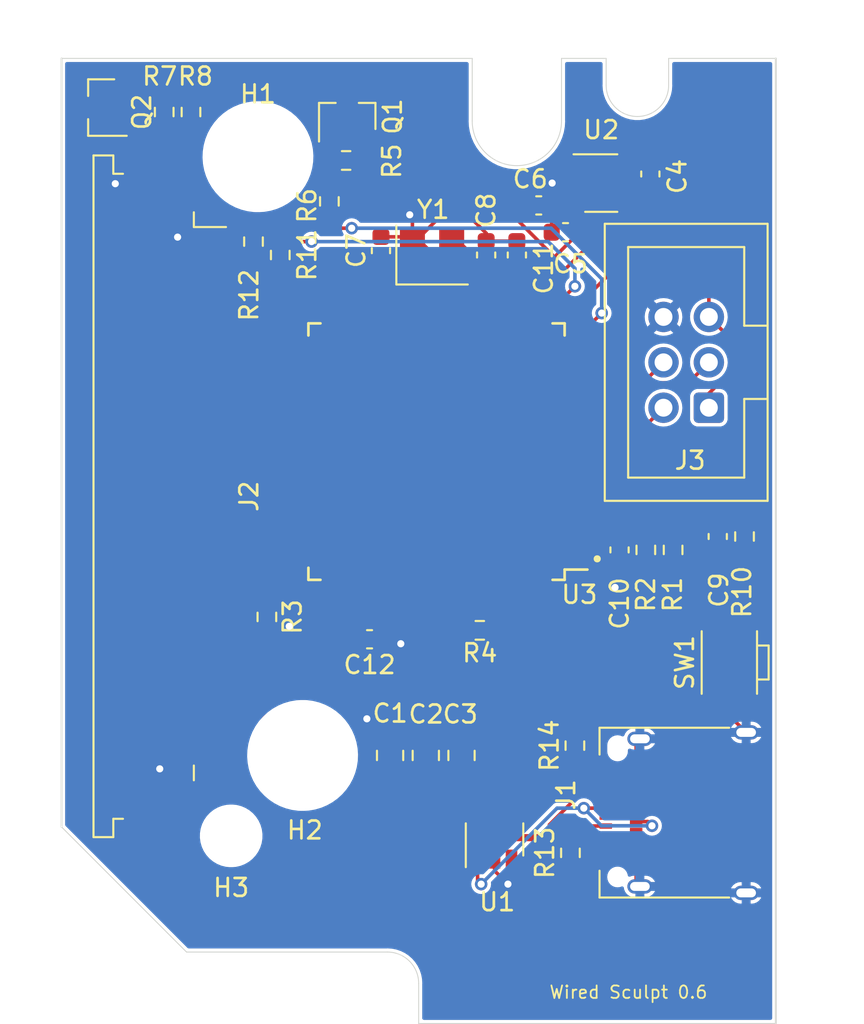
<source format=kicad_pcb>
(kicad_pcb (version 20211014) (generator pcbnew)
  (title_block (comment 4 "AISLER Project ID: HNCIDPOI"))
  (layers (0 "F.Cu" signal) (31 "B.Cu" signal) (34 "B.Paste" user) (35 "F.Paste" user) (36 "B.SilkS" user "B.Silkscreen") (37 "F.SilkS" user "F.Silkscreen") (38 "B.Mask" user) (39 "F.Mask" user) (44 "Edge.Cuts" user))
  (net 0 "")
  (net 1 "GND")
  (net 3 "Net-(J1-PadA5)")
  (net 4 "MISO")
  (net 5 "MOSI")
  (net 6 "SCK")
  (net 7 "RST")
  (net 8 "Net-(C4-Pad1)")
  (net 9 "PE0")
  (net 10 "PE1")
  (net 11 "PF7")
  (net 12 "PF6")
  (net 13 "PF5")
  (net 14 "PF4")
  (net 15 "VBUS")
  (net 16 "Net-(C8-Pad1)")
  (net 17 "Net-(C9-Pad1)")
  (net 18 "Net-(J1-PadB5)")
  (net 19 "/Dout+")
  (net 20 "/Dout-")
  (net 21 "-5V")
  (net 22 "RED+")
  (net 23 "GREEN-")
  (net 24 "/D+")
  (net 25 "/D-")
  (net 26 "Net-(Q1-Pad1)")
  (net 27 "Net-(Q1-Pad3)")
  (net 28 "Net-(Q2-Pad1)")
  (net 29 "GREEN+")
  (net 30 "PB0")
  (net 31 "Net-(C4-Pad2)")
  (net 32 "Net-(C7-Pad1)")
  (net 33 "Net-(J2-Pad4)")
  (net 34 "Net-(J2-Pad5)")
  (net 35 "Net-(J2-Pad6)")
  (net 36 "Net-(J2-Pad7)")
  (net 37 "Net-(J2-Pad8)")
  (net 38 "Net-(J2-Pad11)")
  (net 39 "Net-(J2-Pad12)")
  (net 40 "Net-(J2-Pad13)")
  (net 41 "Net-(J2-Pad14)")
  (net 42 "Net-(J2-Pad15)")
  (net 43 "Net-(J2-Pad16)")
  (net 44 "Net-(J2-Pad17)")
  (net 45 "Net-(J2-Pad18)")
  (net 46 "Net-(J2-Pad19)")
  (net 47 "Net-(J2-Pad20)")
  (net 48 "Net-(J2-Pad21)")
  (net 49 "Net-(J2-Pad22)")
  (net 50 "Net-(J2-Pad23)")
  (net 51 "Net-(J2-Pad24)")
  (net 52 "Net-(J2-Pad25)")
  (net 53 "Net-(J2-Pad26)")
  (net 54 "Net-(R3-Pad1)")
  (net 55 "Net-(R10-Pad2)")
  (net 70 "Net-(J2-Pad2)")
  (net 71 "Net-(J2-Pad3)")
  (net 72 "Din+")
  (net 77 "Din-")
  (footprint "Capacitor_SMD:C_0603_1608Metric" (layer "F.Cu") (at 137.8885 40.759 90)
    (fp_text reference "C7")
    (fp_text value "CL10C160JB8NNNC")
  )
  (footprint "Capacitor_SMD:C_0603_1608Metric" (layer "F.Cu") (at 143.779999 41 90)
    (fp_text reference "C8")
    (fp_text value "CL10C160JB8NNNC")
  )
  (footprint "Capacitor_SMD:C_0603_1608Metric" (layer "F.Cu") (at 156.75 56.75 -90)
    (fp_text reference "C9")
    (fp_text value "CL10A105KA8NNNC")
  )
  (footprint "Connector_USB:USB_C_Receptacle_Amphenol_12401610E4-2A" (layer "F.Cu") (at 155.5 72.2 90)
    (fp_text reference "J1")
    (fp_text value "USB_C_Receptacle")
  )
  (footprint "Resistor_SMD:R_0603_1608Metric" (layer "F.Cu") (at 154.25 57.5 -90)
    (fp_text reference "R1")
    (fp_text value "ERJ-PA3F22R0V")
  )
  (footprint "Resistor_SMD:R_0603_1608Metric" (layer "F.Cu") (at 152.722 57.5 -90)
    (fp_text reference "R2")
    (fp_text value "ERJ-PA3F22R0V")
  )
  (footprint "Button_Switch_SMD:SW_SPST_EVQP7A" (layer "F.Cu") (at 157.4 63.8 90)
    (fp_text reference "SW1")
    (fp_text value "EVQ-P7A01P")
  )
  (footprint "Crystal:Crystal_SMD_3225-4Pin_3.2x2.5mm" (layer "F.Cu") (at 140.75 41)
    (fp_text reference "Y1")
    (fp_text value "TSX-3225 16.0000MF18X-AC0")
  )
  (footprint "Package_QFP:TQFP-64_14x14mm_P0.8mm" (layer "F.Cu") (at 141 52 180)
    (fp_text reference "U3")
    (fp_text value "AT90USB1286-AUR")
  )
  (footprint "Resistor_SMD:R_0603_1608Metric" (layer "F.Cu") (at 131.5 61.25 -90)
    (fp_text reference "R3")
    (fp_text value "ERJ-PA3J472V")
  )
  (footprint "Connector_FFC-FPC:TE_3-84952-0_1x30-1MP_P1.0mm_Horizontal" (layer "F.Cu") (at 126.5 54.5 -90)
    (fp_text reference "J2")
    (fp_text value "FFC3B07-30-T")
  )
  (footprint "MountingHole:MountingHole_2.2mm_M2" (layer "F.Cu") (at 131 35.5)
    (fp_text reference "H1")
    (fp_text value "MountingHoleNorth")
  )
  (footprint "MountingHole:MountingHole_2.2mm_M2" (layer "F.Cu") (at 133.5 69)
    (fp_text reference "H2")
    (fp_text value "MountingHoleSouth")
  )
  (footprint "Resistor_SMD:R_0603_1608Metric" (layer "F.Cu") (at 158.25 56.75 -90)
    (fp_text reference "R10")
    (fp_text value "ERJ-3GEYJ331V")
  )
  (footprint "Package_TO_SOT_SMD:SOT-23-6" (layer "F.Cu") (at 144.25 73.7 90)
    (fp_text reference "U1")
    (fp_text value "USBLC6-2SC6")
  )
  (footprint "MountingHole:MountingHole_3mm" (layer "F.Cu") (at 129.5 73.5)
    (fp_text reference "H3")
    (fp_text value "AlignmentHole")
  )
  (footprint "Resistor_SMD:R_0603_1608Metric" (layer "F.Cu") (at 143.425 62 180)
    (fp_text reference "R4")
    (fp_text value "ERJ-3EKF8873V")
  )
  (footprint "Capacitor_SMD:C_0603_1608Metric" (layer "F.Cu") (at 145.5 41 -90)
    (fp_text reference "C11")
    (fp_text value "CL10B104KB8NNNC")
  )
  (footprint "Capacitor_SMD:C_0603_1608Metric" (layer "F.Cu") (at 151.25 57.5 90)
    (fp_text reference "C10")
    (fp_text value "CL10B104KB8NNNC")
  )
  (footprint "Capacitor_SMD:C_0603_1608Metric" (layer "F.Cu") (at 137.25 62.5 180)
    (fp_text reference "C12")
    (fp_text value "CL10B104KB8NNNC")
  )
  (footprint "Capacitor_SMD:C_0603_1608Metric" (layer "F.Cu") (at 148.225 39.725)
    (fp_text reference "C5")
    (fp_text value "CL10A105KA8NNNC")
  )
  (footprint "Capacitor_SMD:C_0603_1608Metric" (layer "F.Cu") (at 146.725 38.225 180)
    (fp_text reference "C6")
    (fp_text value "CL10A105KA8NNNC")
  )
  (footprint "Package_TO_SOT_SMD:SOT-23-6" (layer "F.Cu") (at 150.225 36.975)
    (fp_text reference "U2")
    (fp_text value "LM2776DBVT")
  )
  (footprint "Package_TO_SOT_SMD:SOT-23" (layer "F.Cu") (at 136 33.25 90)
    (fp_text reference "Q1")
    (fp_text value "BSS84AK,215")
  )
  (footprint "Package_TO_SOT_SMD:SOT-23" (layer "F.Cu") (at 122.25 32.75 180)
    (fp_text reference "Q2")
    (fp_text value "2N7002BK,215")
  )
  (footprint "Resistor_SMD:R_0603_1608Metric" (layer "F.Cu") (at 135.9385 35.7105)
    (fp_text reference "R5")
    (fp_text value "ERJ-PA3J473V")
  )
  (footprint "Resistor_SMD:R_0603_1608Metric" (layer "F.Cu") (at 135 38 -90)
    (fp_text reference "R6")
    (fp_text value "ERJ-3GEYJ331V")
  )
  (footprint "Resistor_SMD:R_0603_1608Metric" (layer "F.Cu") (at 125.75 33 90)
    (fp_text reference "R7")
    (fp_text value "ERJ-PA3F22R0V")
  )
  (footprint "Resistor_SMD:R_0603_1608Metric" (layer "F.Cu") (at 127.25 33 -90)
    (fp_text reference "R8")
    (fp_text value "ERJ-PA3J472V")
  )
  (footprint "Capacitor_SMD:C_0603_1608Metric" (layer "F.Cu") (at 152.975 36.467 90)
    (fp_text reference "C4")
    (fp_text value "CL10A105KA8NNNC")
  )
  (footprint "Connector_IDC:IDC-Header_2x03_P2.54mm_Vertical" (layer "F.Cu") (at 156.2525 49.545 180)
    (fp_text reference "J3")
    (fp_text value "AVR-ISP-6 - NOT FITTED")
  )
  (footprint "Capacitor_SMD:C_0805_2012Metric" (layer "F.Cu") (at 142.4 69 -90)
    (fp_text reference "C3")
    (fp_text value "CL21B103KBANNNC")
  )
  (footprint "Capacitor_SMD:C_0805_2012Metric" (layer "F.Cu") (at 140.4 69 -90)
    (fp_text reference "C2")
    (fp_text value "CL21B104KACNNNC")
  )
  (footprint "Capacitor_SMD:C_0805_2012Metric" (layer "F.Cu") (at 138.4 69 -90)
    (fp_text reference "C1")
    (fp_text value "CL21A475KOFNNNE")
  )
  (footprint "Resistor_SMD:R_0603_1608Metric" (layer "F.Cu") (at 132.25 41 -90)
    (fp_text reference "R11")
    (fp_text value "ERJ-PA3J151V")
  )
  (footprint "Resistor_SMD:R_0603_1608Metric" (layer "F.Cu") (at 130.75 40.25 -90)
    (fp_text reference "R12")
    (fp_text value "ERJ-PA3J151V")
  )
  (footprint "Resistor_SMD:R_0603_1608Metric" (layer "F.Cu") (at 148.75 68.45 90)
    (fp_text reference "R14")
    (fp_text value "ERJ-3EKF5101V")
  )
  (footprint "Resistor_SMD:R_0603_1608Metric" (layer "F.Cu") (at 148.5 74.45 90)
    (fp_text reference "R13")
    (fp_text value "ERJ-3EKF5101V")
  )
  (gr_circle (center 150 58) (end 150.1 58) (layer "F.SilkS") (width 0.2) (fill none))
  (gr_line (start 143 30) (end 120 30) (layer "Edge.Cuts") (width 0.05))
  (gr_line (start 154 30) (end 154 31.5) (layer "Edge.Cuts") (width 0.05))
  (gr_line (start 150.5 31.5) (end 150.5 30) (layer "Edge.Cuts") (width 0.05))
  (gr_line (start 127 80) (end 120 73) (layer "Edge.Cuts") (width 0.05))
  (gr_line (start 143 30) (end 143 33.5) (layer "Edge.Cuts") (width 0.05))
  (gr_arc (start 154 31.5) (mid 152.25 33.25) (end 150.5 31.5) (layer "Edge.Cuts") (width 0.05))
  (gr_line (start 160 84) (end 140 84) (layer "Edge.Cuts") (width 0.05))
  (gr_line (start 160 30) (end 154 30) (layer "Edge.Cuts") (width 0.05))
  (gr_line (start 138.25 80) (end 127 80) (layer "Edge.Cuts") (width 0.05))
  (gr_line (start 120 73) (end 120 30) (layer "Edge.Cuts") (width 0.1))
  (gr_line (start 160 30) (end 160 84) (layer "Edge.Cuts") (width 0.1))
  (gr_line (start 148 30) (end 150.5 30) (layer "Edge.Cuts") (width 0.05))
  (gr_arc (start 138.25 80) (mid 139.487437 80.512563) (end 140 81.75) (layer "Edge.Cuts") (width 0.05))
  (gr_arc (start 148 33.5) (mid 145.5 36) (end 143 33.5) (layer "Edge.Cuts") (width 0.05))
  (gr_line (start 140 84) (end 140 81.75) (layer "Edge.Cuts") (width 0.05))
  (gr_line (start 148 30) (end 148 33.5) (layer "Edge.Cuts") (width 0.05))
  (gr_text "Wired Sculpt 0.6" (at 151.75 82.25) (layer "F.SilkS") (effects (font (size 0.7 0.7) (thickness 0.1))))
  (segment (start 147.5 38.225) (end 147.5 37) (width 0.2) (layer "F.Cu") (net 1))
  (segment (start 143.82548 42.52452) (end 144.418223 42.52452) (width 0.2) (layer "F.Cu") (net 1))
  (segment (start 151.493918 75.2) (end 151.243918 74.95) (width 0.2) (layer "F.Cu") (net 1))
  (segment (start 131.5 62.075) (end 132.44902 62.075) (width 0.2) (layer "F.Cu") (net 1))
  (segment (start 143 43.35) (end 143.82548 42.52452) (width 0.2) (layer "F.Cu") (net 1))
  (segment (start 141.05 39) (end 143 39) (width 0.2) (layer "F.Cu") (net 1))
  (segment (start 138.75 62.5) (end 139 62.75) (width 0.2) (layer "F.Cu") (net 1))
  (segment (start 138.025 62.5) (end 138.75 62.5) (width 0.2) (layer "F.Cu") (net 1))
  (segment (start 151.25 58.275) (end 151.25 59.35) (width 0.2) (layer "F.Cu") (net 1))
  (segment (start 139.65 38.9) (end 139.5 38.75) (width 0.2) (layer "F.Cu") (net 1))
  (segment (start 137.8885 39.984) (end 139.734 39.984) (width 0.2) (layer "F.Cu") (net 1))
  (segment (start 148.7 54) (end 153.225 54) (width 0.2) (layer "F.Cu") (net 1))
  (segment (start 139.65 40.15) (end 139.65 38.9) (width 0.2) (layer "F.Cu") (net 1))
  (segment (start 139.9 40.15) (end 141.05 39) (width 0.2) (layer "F.Cu") (net 1))
  (segment (start 138.2 68.05) (end 137.1 66.95) (width 0.2) (layer "F.Cu") (net 1))
  (segment (start 152 57.525) (end 156.75 57.525) (width 0.2) (layer "F.Cu") (net 1))
  (segment (start 128.3 40) (end 126.5 40) (width 0.2) (layer "F.Cu") (net 1))
  (segment (start 156.68 62) (end 156.68 65.6) (width 0.2) (layer "F.Cu") (net 1))
  (segment (start 138.2 62.325) (end 138.2 59.7) (width 0.2) (layer "F.Cu") (net 1))
  (segment (start 140 40.15) (end 141.7 41.85) (width 0.2) (layer "F.Cu") (net 1))
  (segment (start 151.25 59.35) (end 151 59.6) (width 0.2) (layer "F.Cu") (net 1))
  (segment (start 151.93 69.45) (end 152.18 69.7) (width 0.2) (layer "F.Cu") (net 1))
  (segment (start 146.2 58.7) (end 146.2 59.7) (width 0.2) (layer "F.Cu") (net 1))
  (segment (start 132.44902 62.075) (end 132.75 61.77402) (width 0.2) (layer "F.Cu") (net 1))
  (segment (start 125.5 37.01) (end 123.01 37.01) (width 0.2) (layer "F.Cu") (net 1))
  (segment (start 152.18 69.7) (end 152.18 68.28) (width 0.2) (layer "F.Cu") (net 1))
  (segment (start 150.48 69.45) (end 148.925 69.45) (width 0.2) (layer "F.Cu") (net 1))
  (segment (start 147.5 38.225) (end 148.75 36.975) (width 0.2) (layer "F.Cu") (net 1))
  (segment (start 144.72548 40.99952) (end 144.72548 42.217263) (width 0.2) (layer "F.Cu") (net 1))
  (segment (start 145.5 40.225) (end 144.72548 40.99952) (width 0.2) (layer "F.Cu") (net 1))
  (segment (start 156.68 66.05) (end 158.34 67.71) (width 0.2) (layer "F.Cu") (net 1))
  (segment (start 146 58.5) (end 146.2 58.7) (width 0.2) (layer "F.Cu") (net 1))
  (segment (start 143.779999 39.779999) (end 143.779999 40.225) (width 0.2) (layer "F.Cu") (net 1))
  (segment (start 143 39) (end 143.779999 39.779999) (width 0.2) (layer "F.Cu") (net 1))
  (segment (start 138.2 58.55) (end 138.25 58.5) (width 0.2) (layer "F.Cu") (net 1))
  (segment (start 144.25 75.45) (end 145 76.2) (width 0.2) (layer "F.Cu") (net 1))
  (segment (start 142.4 68.05) (end 138.4 68.05) (width 0.2) (layer "F.Cu") (net 1))
  (segment (start 152.18 75.2) (end 151.493918 75.2) (width 0.2) (layer "F.Cu") (net 1))
  (segment (start 150.48 69.45) (end 151.93 69.45) (width 0.2) (layer "F.Cu") (net 1))
  (segment (start 138.2 59.7) (end 138.2 58.55) (width 0.2) (layer "F.Cu") (net 1))
  (segment (start 152.18 75.2) (end 152.18 76.12) (width 0.2) (layer "F.Cu") (net 1))
  (segment (start 145.5 40.225) (end 143.779999 40.225) (width 0.2) (layer "F.Cu") (net 1))
  (segment (start 147.45 39.725) (end 147.45 38.275) (width 0.2) (layer "F.Cu") (net 1))
  (segment (start 143 44.3) (end 143 43.35) (width 0.2) (layer "F.Cu") (net 1))
  (segment (start 144.72548 42.217263) (end 144.471371 42.471372) (width 0.2) (layer "F.Cu") (net 1))
  (segment (start 151.243918 74.95) (end 150.48 74.95) (width 0.2) (layer "F.Cu") (net 1))
  (segment (start 125.5 71.99) (end 125.5 69.75) (width 0.2) (layer "F.Cu") (net 1))
  (segment (start 151.25 58.275) (end 152 57.525) (width 0.2) (layer "F.Cu") (net 1))
  (segment (start 138.25 58.5) (end 146 58.5) (width 0.2) (layer "F.Cu") (net 1))
  (segment (start 153.225 54) (end 156.75 57.525) (width 0.2) (layer "F.Cu") (net 1))
  (segment (start 148.825 74.95) (end 150.48 74.95) (width 0.2) (layer "F.Cu") (net 1))
  (segment (start 144.25 74.8) (end 144.25 75.45) (width 0.2) (layer "F.Cu") (net 1))
  (segment (start 147.5 37) (end 147.475 36.975) (width 0.2) (layer "F.Cu") (net 1))
  (segment (start 148.5 75.275) (end 148.825 74.95) (width 0.2) (layer "F.Cu") (net 1))
  (via (at 126.5 40) (size 0.7) (drill 0.4) (layers "F.Cu" "B.Cu") (net 1))
  (via (at 145 76.2) (size 0.7) (drill 0.4) (layers "F.Cu" "B.Cu") (net 1))
  (via (at 147.475 36.975) (size 0.7) (drill 0.4) (layers "F.Cu" "B.Cu") (net 1))
  (via (at 125.5 69.75) (size 0.7) (drill 0.4) (layers "F.Cu" "B.Cu") (net 1))
  (via (at 132.75 61.77402) (size 0.7) (drill 0.4) (layers "F.Cu" "B.Cu") (net 1))
  (via (at 123.01 37.01) (size 0.7) (drill 0.4) (layers "F.Cu" "B.Cu") (net 1))
  (via (at 139 62.75) (size 0.7) (drill 0.4) (layers "F.Cu" "B.Cu") (net 1))
  (via (at 137.1 66.95) (size 0.7) (drill 0.4) (layers "F.Cu" "B.Cu") (net 1))
  (via (at 151 59.6) (size 0.7) (drill 0.4) (layers "F.Cu" "B.Cu") (net 1))
  (via (at 139.5 38.75) (size 0.7) (drill 0.4) (layers "F.Cu" "B.Cu") (net 1))
  (segment (start 148.5 73.625) (end 149.075 73.625) (width 0.2) (layer "F.Cu") (net 3))
  (segment (start 149.75 72.95) (end 150.48 72.95) (width 0.2) (layer "F.Cu") (net 3))
  (segment (start 149.075 73.625) (end 149.75 72.95) (width 0.2) (layer "F.Cu") (net 3))
  (segment (start 153.25 45.75) (end 150.6 48.4) (width 0.2) (layer "F.Cu") (net 4))
  (segment (start 156.75 45.75) (end 153.25 45.75) (width 0.2) (layer "F.Cu") (net 4))
  (segment (start 157.5 46.5) (end 156.75 45.75) (width 0.2) (layer "F.Cu") (net 4))
  (segment (start 150.6 48.4) (end 148.7 48.4) (width 0.2) (layer "F.Cu") (net 4))
  (segment (start 156.2525 48.7475) (end 157.5 47.5) (width 0.2) (layer "F.Cu") (net 4))
  (segment (start 157.5 47.5) (end 157.5 46.5) (width 0.2) (layer "F.Cu") (net 4))
  (segment (start 156.2525 49.545) (end 156.2525 48.7475) (width 0.2) (layer "F.Cu") (net 4))
  (segment (start 151.5175 49.2) (end 153.7125 47.005) (width 0.2) (layer "F.Cu") (net 5))
  (segment (start 148.7 49.2) (end 151.5175 49.2) (width 0.2) (layer "F.Cu") (net 5))
  (segment (start 155.102989 48.154511) (end 156.2525 47.005) (width 0.2) (layer "F.Cu") (net 6))
  (segment (start 153.477334 48.154511) (end 155.102989 48.154511) (width 0.2) (layer "F.Cu") (net 6))
  (segment (start 148.7 50) (end 151.631845 50) (width 0.2) (layer "F.Cu") (net 6))
  (segment (start 151.631845 50) (end 153.477334 48.154511) (width 0.2) (layer "F.Cu") (net 6))
  (segment (start 150 35.5) (end 150.75 34.75) (width 0.2) (layer "F.Cu") (net 7))
  (segment (start 156.2525 44.465) (end 156.2525 37.752717) (width 0.2) (layer "F.Cu") (net 7))
  (segment (start 158.25 46.4625) (end 156.2525 44.465) (width 0.2) (layer "F.Cu") (net 7))
  (segment (start 153.249783 34.75) (end 150.75 34.75) (width 0.2) (layer "F.Cu") (net 7))
  (segment (start 150 40) (end 150 35.5) (width 0.2) (layer "F.Cu") (net 7))
  (segment (start 145.558591 42.54952) (end 147.45048 42.54952) (width 0.2) (layer "F.Cu") (net 7))
  (segment (start 156.2525 37.752717) (end 153.249783 34.75) (width 0.2) (layer "F.Cu") (net 7))
  (segment (start 158.25 55.925) (end 158.25 46.4625) (width 0.2) (layer "F.Cu") (net 7))
  (segment (start 147.45048 42.54952) (end 150 40) (width 0.2) (layer "F.Cu") (net 7))
  (segment (start 144.6 43.508111) (end 145.558591 42.54952) (width 0.2) (layer "F.Cu") (net 7))
  (segment (start 144.6 44.3) (end 144.6 43.508111) (width 0.2) (layer "F.Cu") (net 7))
  (segment (start 151.325 36.975) (end 152.708 36.975) (width 0.2) (layer "F.Cu") (net 8))
  (segment (start 128.3 48) (end 129.6 48) (width 0.2) (layer "F.Cu") (net 9))
  (segment (start 129.6 48) (end 131.6 46) (width 0.2) (layer "F.Cu") (net 9))
  (segment (start 131.6 46) (end 133.3 46) (width 0.2) (layer "F.Cu") (net 9))
  (segment (start 129.2 49) (end 131.4 46.8) (width 0.2) (layer "F.Cu") (net 10))
  (segment (start 131.4 46.8) (end 133.3 46.8) (width 0.2) (layer "F.Cu") (net 10))
  (segment (start 139 61.5) (end 139.75 62.25) (width 0.2) (layer "F.Cu") (net 11))
  (segment (start 139.75 63.5) (end 139.04904 64.20096) (width 0.2) (layer "F.Cu") (net 11))
  (segment (start 132.04904 64.20096) (end 130.25 66) (width 0.2) (layer "F.Cu") (net 11))
  (segment (start 139.75 62.25) (end 139.75 63.5) (width 0.2) (layer "F.Cu") (net 11))
  (segment (start 130.25 66) (end 128.3 66) (width 0.2) (layer "F.Cu") (net 11))
  (segment (start 139.04904 64.20096) (end 132.04904 64.20096) (width 0.2) (layer "F.Cu") (net 11))
  (segment (start 139 59.7) (end 139 61.5) (width 0.2) (layer "F.Cu") (net 11))
  (segment (start 140.25 62.184994) (end 140.25 63.75) (width 0.2) (layer "F.Cu") (net 12))
  (segment (start 139.39952 64.60048) (end 132.2447 64.600481) (width 0.2) (layer "F.Cu") (net 12))
  (segment (start 139.8 61.734994) (end 140.25 62.184994) (width 0.2) (layer "F.Cu") (net 12))
  (segment (start 139.8 59.7) (end 139.8 61.734994) (width 0.2) (layer "F.Cu") (net 12))
  (segment (start 140.25 63.75) (end 139.39952 64.60048) (width 0.2) (layer "F.Cu") (net 12))
  (segment (start 129.845181 67) (end 128.3 67) (width 0.2) (layer "F.Cu") (net 12))
  (segment (start 132.2447 64.600481) (end 129.845181 67) (width 0.2) (layer "F.Cu") (net 12))
  (segment (start 129.410187 68) (end 128.3 68) (width 0.2) (layer "F.Cu") (net 13))
  (segment (start 139.565006 65) (end 132.410187 65) (width 0.2) (layer "F.Cu") (net 13))
  (segment (start 140.75 59.85) (end 140.75 63.815006) (width 0.2) (layer "F.Cu") (net 13))
  (segment (start 140.75 63.815006) (end 139.565006 65) (width 0.2) (layer "F.Cu") (net 13))
  (segment (start 132.410187 65) (end 129.410187 68) (width 0.2) (layer "F.Cu") (net 13))
  (segment (start 132.575673 65.39952) (end 139.730492 65.39952) (width 0.2) (layer "F.Cu") (net 14))
  (segment (start 142.6 62) (end 141.5 62) (width 0.2) (layer "F.Cu") (net 14))
  (segment (start 139.730492 65.39952) (end 141.4 63.730012) (width 0.2) (layer "F.Cu") (net 14))
  (segment (start 141.4 63.730012) (end 141.4 59.7) (width 0.2) (layer "F.Cu") (net 14))
  (segment (start 130.25 68.25) (end 130.25 67.725193) (width 0.2) (layer "F.Cu") (net 14))
  (segment (start 130.25 67.725193) (end 132.575673 65.39952) (width 0.2) (layer "F.Cu") (net 14))
  (segment (start 128.3 69) (end 129.5 69) (width 0.2) (layer "F.Cu") (net 14))
  (segment (start 129.5 69) (end 130.25 68.25) (width 0.2) (layer "F.Cu") (net 14))
  (segment (start 147 60.5) (end 147 59.7) (width 0.4) (layer "F.Cu") (net 15))
  (segment (start 147.4875 41.2375) (end 147.4875 40.995717) (width 0.2) (layer "F.Cu") (net 15))
  (segment (start 137.4 58.2) (end 137.4 59.7) (width 0.4) (layer "F.Cu") (net 15))
  (segment (start 150.925 56.4) (end 148.7 56.4) (width 0.2) (layer "F.Cu") (net 15))
  (segment (start 143.8 49.8) (end 147 53) (width 0.4) (layer "F.Cu") (net 15))
  (segment (start 151.329022 73.7) (end 151.079022 73.45) (width 0.2) (layer "F.Cu") (net 15))
  (segment (start 151.25 56.725) (end 150.925 56.4) (width 0.2) (layer "F.Cu") (net 15))
  (segment (start 150.48 73.45) (end 149.856427 73.45) (width 0.2) (layer "F.Cu") (net 15))
  (segment (start 142.4 73.6) (end 142.4 70.15) (width 0.4) (layer "F.Cu") (net 15))
  (segment (start 151.329022 71.2) (end 151.079022 70.95) (width 0.2) (layer "F.Cu") (net 15))
  (segment (start 137 38) (end 136.7635 37.7635) (width 0.2) (layer "F.Cu") (net 15))
  (segment (start 147.675978 56.4) (end 148.7 56.4) (width 0.4) (layer "F.Cu") (net 15))
  (segment (start 136.6705 34.0255) (end 136.6705 35.2995) (width 0.2) (layer "F.Cu") (net 15))
  (segment (start 145.5 41.775) (end 146.95 41.775) (width 0.2) (layer "F.Cu") (net 15))
  (segment (start 144.58371 42.924039) (end 145.5 42.007749) (width 0.2) (layer "F.Cu") (net 15))
  (segment (start 136.475 62.5) (end 136.475 62.025) (width 0.2) (layer "F.Cu") (net 15))
  (segment (start 147 59.7) (end 147 57.075978) (width 0.4) (layer "F.Cu") (net 15))
  (segment (start 144.25 62) (end 145.5 62) (width 0.4) (layer "F.Cu") (net 15))
  (segment (start 147.32452 73.72452) (end 147.32452 72.87548) (width 0.2) (layer "F.Cu") (net 15))
  (segment (start 138.524022 57.075978) (end 137.4 58.2) (width 0.4) (layer "F.Cu") (net 15))
  (segment (start 144.25 72.6) (end 144.25 73.45) (width 0.4) (layer "F.Cu") (net 15))
  (segment (start 147 57.075978) (end 138.524022 57.075978) (width 0.4) (layer "F.Cu") (net 15))
  (segment (start 144.25 69.05) (end 144.25 62) (width 0.4) (layer "F.Cu") (net 15))
  (segment (start 145.5 62) (end 147 60.5) (width 0.4) (layer "F.Cu") (net 15))
  (segment (start 152.18 73.7) (end 151.329022 73.7) (width 0.2) (layer "F.Cu") (net 15))
  (segment (start 147 57.075978) (end 147 53) (width 0.4) (layer "F.Cu") (net 15))
  (segment (start 148.7 52.4) (end 150.8575 52.4) (width 0.2) (layer "F.Cu") (net 15))
  (segment (start 149.25 70.95) (end 150.48 70.95) (width 0.2) (layer "F.Cu") (net 15))
  (segment (start 150.8575 52.4) (end 153.7125 49.545) (width 0.2) (layer "F.Cu") (net 15))
  (segment (start 143.35 69.95) (end 144.25 69.05) (width 0.4) (layer "F.Cu") (net 15))
  (segment (start 136.475 62.025) (end 137.4 61.1) (width 0.2) (layer "F.Cu") (net 15))
  (segment (start 147.4875 41.2375) (end 149 39.725) (width 0.2) (layer "F.Cu") (net 15))
  (segment (start 142.4 69.95) (end 143.35 69.95) (width 0.4) (layer "F.Cu") (net 15))
  (segment (start 151.079022 70.95) (end 150.48 70.95) (width 0.2) (layer "F.Cu") (net 15))
  (segment (start 147.4875 40.995717) (end 144.491783 38) (width 0.2) (layer "F.Cu") (net 15))
  (segment (start 147.32452 73.72452) (end 147.2 73.6) (width 0.2) (layer "F.Cu") (net 15))
  (segment (start 147.6 52.4) (end 148.7 52.4) (width 0.4) (layer "F.Cu") (net 15))
  (segment (start 148.981907 74.32452) (end 147.32452 74.32452) (width 0.2) (layer "F.Cu") (net 15))
  (segment (start 147.2 73.6) (end 142.4 73.6) (width 0.4) (layer "F.Cu") (net 15))
  (segment (start 142.4 69.95) (end 138.4 69.95) (width 0.4) (layer "F.Cu") (net 15))
  (segment (start 149 39.725) (end 149 38.05) (width 0.2) (layer "F.Cu") (net 15))
  (segment (start 147 57.075978) (end 147.675978 56.4) (width 0.4) (layer "F.Cu") (net 15))
  (segment (start 151.079022 73.45) (end 150.48 73.45) (width 0.2) (layer "F.Cu") (net 15))
  (segment (start 144.491783 38) (end 137 38) (width 0.2) (layer "F.Cu") (net 15))
  (segment (start 143.8 44.3) (end 143.8 49.8) (width 0.4) (layer "F.Cu") (net 15))
  (segment (start 138.4 69.95) (end 140.4 69.95) (width 0.2) (layer "F.Cu") (net 15))
  (segment (start 149.856427 73.45) (end 148.981907 74.32452) (width 0.2) (layer "F.Cu") (net 15))
  (segment (start 143.8 43.35) (end 144.22596 42.92404) (width 0.2) (layer "F.Cu") (net 15))
  (segment (start 136.7635 37.7635) (end 136.7635 35.7105) (width 0.2) (layer "F.Cu") (net 15))
  (segment (start 147.32452 72.87548) (end 149.25 70.95) (width 0.2) (layer "F.Cu") (net 15))
  (segment (start 143.8 44.3) (end 143.8 43.35) (width 0.2) (layer "F.Cu") (net 15))
  (segment (start 147.32452 74.32452) (end 147.32452 73.72452) (width 0.2) (layer "F.Cu") (net 15))
  (segment (start 137.4 61.1) (end 137.4 59.7) (width 0.2) (layer "F.Cu") (net 15))
  (segment (start 144.22596 42.92404) (end 144.58371 42.924039) (width 0.2) (layer "F.Cu") (net 15))
  (segment (start 152.18 71.2) (end 151.329022 71.2) (width 0.2) (layer "F.Cu") (net 15))
  (segment (start 146.95 41.775) (end 147.4875 41.2375) (width 0.2) (layer "F.Cu") (net 15))
  (segment (start 147 53) (end 147.6 52.4) (width 0.4) (layer "F.Cu") (net 15))
  (segment (start 143.775 41.775) (end 142.5 40.5) (width 0.2) (layer "F.Cu") (net 16))
  (segment (start 142.2 44.3) (end 142.2 43.55) (width 0.2) (layer "F.Cu") (net 16))
  (segment (start 142.2 43.55) (end 143.779999 41.970001) (width 0.2) (layer "F.Cu") (net 16))
  (segment (start 153.975 53.2) (end 148.7 53.2) (width 0.2) (layer "F.Cu") (net 17))
  (segment (start 156.75 55.975) (end 153.975 53.2) (width 0.2) (layer "F.Cu") (net 17))
  (segment (start 153.5 71.029022) (end 153.5 67.7) (width 0.2) (layer "F.Cu") (net 18))
  (segment (start 153.14548 67.34548) (end 149.02952 67.34548) (width 0.2) (layer "F.Cu") (net 18))
  (segment (start 153.5 67.7) (end 153.14548 67.34548) (width 0.2) (layer "F.Cu") (net 18))
  (segment (start 152.18 71.7) (end 152.829022 71.7) (width 0.2) (layer "F.Cu") (net 18))
  (segment (start 152.829022 71.7) (end 153.5 71.029022) (width 0.2) (layer "F.Cu") (net 18))
  (segment (start 147.8 63.2) (end 149 62) (width 0.2) (layer "F.Cu") (net 19))
  (segment (start 149 62) (end 152.8 62) (width 0.2) (layer "F.Cu") (net 19))
  (segment (start 145.2 72.2) (end 147.8 69.6) (width 0.2) (layer "F.Cu") (net 19))
  (segment (start 147.8 69.6) (end 147.8 63.2) (width 0.2) (layer "F.Cu") (net 19))
  (segment (start 152.8 62) (end 154.25 60.55) (width 0.2) (layer "F.Cu") (net 19))
  (segment (start 154.25 60.55) (end 154.25 58.325) (width 0.2) (layer "F.Cu") (net 19))
  (segment (start 151.79952 61.60048) (end 152.722 60.678) (width 0.2) (layer "F.Cu") (net 20))
  (segment (start 145.234994 71.6) (end 147.4 69.434994) (width 0.2) (layer "F.Cu") (net 20))
  (segment (start 148.834514 61.60048) (end 151.79952 61.60048) (width 0.2) (layer "F.Cu") (net 20))
  (segment (start 143.3 72.095978) (end 143.795978 71.6) (width 0.2) (layer "F.Cu") (net 20))
  (segment (start 147.4 69.434994) (end 147.4 63.034994) (width 0.2) (layer "F.Cu") (net 20))
  (segment (start 143.3 72.6) (end 143.3 72.095978) (width 0.2) (layer "F.Cu") (net 20))
  (segment (start 152.722 60.678) (end 152.722 58.325) (width 0.2) (layer "F.Cu") (net 20))
  (segment (start 143.795978 71.6) (end 145.234994 71.6) (width 0.2) (layer "F.Cu") (net 20))
  (segment (start 147.4 63.034994) (end 148.834514 61.60048) (width 0.2) (layer "F.Cu") (net 20))
  (segment (start 126.52548 31.45048) (end 127.25 32.175) (width 0.2) (layer "F.Cu") (net 21))
  (segment (start 145.95 38.225) (end 145.95 37.3) (width 0.2) (layer "F.Cu") (net 21))
  (segment (start 123.59952 31.45048) (end 126.52548 31.45048) (width 0.2) (layer "F.Cu") (net 21))
  (segment (start 145.95 38.225) (end 145.475 38.225) (width 0.2) (layer "F.Cu") (net 21))
  (segment (start 123.25 31.8) (end 123.59952 31.45048) (width 0.2) (layer "F.Cu") (net 21))
  (segment (start 127.949511 31.475489) (end 127.25 32.175) (width 0.2) (layer "F.Cu") (net 21))
  (segment (start 145.475 38.225) (end 138.725489 31.475489) (width 0.2) (layer "F.Cu") (net 21))
  (segment (start 127.949511 31.475489) (end 138.725489 31.475489) (width 0.2) (layer "F.Cu") (net 21))
  (segment (start 147.225 36.025) (end 149.125 36.025) (width 0.2) (layer "F.Cu") (net 21))
  (segment (start 145.95 37.3) (end 147.225 36.025) (width 0.2) (layer "F.Cu") (net 21))
  (segment (start 147.2 44.3) (end 148.75 42.75) (width 0.2) (layer "F.Cu") (net 22))
  (segment (start 147 44.3) (end 147.2 44.3) (width 0.2) (layer "F.Cu") (net 22))
  (segment (start 134 40.25) (end 132.325 40.25) (width 0.2) (layer "F.Cu") (net 22))
  (via (at 148.75 42.75) (size 0.7) (drill 0.4) (layers "F.Cu" "B.Cu") (net 22))
  (via (at 134 40.25) (size 0.7) (drill 0.4) (layers "F.Cu" "B.Cu") (net 22))
  (segment (start 148.75 41.75) (end 147.25 40.25) (width 0.2) (layer "B.Cu") (net 22))
  (segment (start 147.25 40.25) (end 134 40.25) (width 0.2) (layer "B.Cu") (net 22))
  (segment (start 148.75 42.75) (end 148.75 41.75) (width 0.2) (layer "B.Cu") (net 22))
  (segment (start 130.525361 38.75) (end 130.975181 39.19982) (width 0.2) (layer "F.Cu") (net 23))
  (segment (start 121.25 32.75) (end 121.25 36.499022) (width 0.2) (layer "F.Cu") (net 23))
  (segment (start 123.500978 38.75) (end 130.525361 38.75) (width 0.2) (layer "F.Cu") (net 23))
  (segment (start 121.25 36.499022) (end 123.500978 38.75) (width 0.2) (layer "F.Cu") (net 23))
  (segment (start 152.375 54.8) (end 148.7 54.8) (width 0.2) (layer "F.Cu") (net 24))
  (segment (start 154.25 56.675) (end 152.375 54.8) (width 0.2) (layer "F.Cu") (net 24))
  (segment (start 152.75 56.647) (end 152.75 55.75) (width 0.2) (layer "F.Cu") (net 25))
  (segment (start 152.75 55.75) (end 152.6 55.6) (width 0.2) (layer "F.Cu") (net 25))
  (segment (start 152.6 55.6) (end 148.7 55.6) (width 0.2) (layer "F.Cu") (net 25))
  (segment (start 135.1135 35.7105) (end 135.1135 34.3135) (width 0.2) (layer "F.Cu") (net 26))
  (segment (start 135.1135 35.7105) (end 135.1135 37.0615) (width 0.2) (layer "F.Cu") (net 26))
  (segment (start 127.25 33.675) (end 125.75 32.175) (width 0.2) (layer "F.Cu") (net 27))
  (segment (start 127.425 33.825) (end 129 32.25) (width 0.2) (layer "F.Cu") (net 27))
  (segment (start 129 32.25) (end 136 32.25) (width 0.2) (layer "F.Cu") (net 27))
  (segment (start 123.25 33.7) (end 125.625 33.7) (width 0.2) (layer "F.Cu") (net 28))
  (segment (start 148.7 45.8) (end 150.25 44.25) (width 0.2) (layer "F.Cu") (net 29))
  (segment (start 135.675 39.5) (end 135 38.825) (width 0.2) (layer "F.Cu") (net 29))
  (segment (start 136.25 39.5) (end 135.675 39.5) (width 0.2) (layer "F.Cu") (net 29))
  (segment (start 148.7 46) (end 148.7 45.8) (width 0.2) (layer "F.Cu") (net 29))
  (via (at 136.25 39.5) (size 0.7) (drill 0.4) (layers "F.Cu" "B.Cu") (net 29))
  (via (at 150.25 44.25) (size 0.7) (drill 0.4) (layers "F.Cu" "B.Cu") (net 29))
  (segment (start 150.25 44.25) (end 150.25 42.331452) (width 0.2) (layer "B.Cu") (net 29))
  (segment (start 150.25 42.331452) (end 147.418548 39.5) (width 0.2) (layer "B.Cu") (net 29))
  (segment (start 147.418548 39.5) (end 136.25 39.5) (width 0.2) (layer "B.Cu") (net 29))
  (segment (start 148.7 50.8) (end 147.75 50.8) (width 0.2) (layer "F.Cu") (net 30))
  (segment (start 151.325 41.425) (end 151.325 37.925) (width 0.2) (layer "F.Cu") (net 30))
  (segment (start 147.5 50.55) (end 147.5 45.25) (width 0.2) (layer "F.Cu") (net 30))
  (segment (start 147.75 50.8) (end 147.5 50.55) (width 0.2) (layer "F.Cu") (net 30))
  (segment (start 147.5 45.25) (end 151.325 41.425) (width 0.2) (layer "F.Cu") (net 30))
  (segment (start 151.658 35.692) (end 151.325 36.025) (width 0.2) (layer "F.Cu") (net 31))
  (segment (start 152.975 35.692) (end 151.658 35.692) (width 0.2) (layer "F.Cu") (net 31))
  (segment (start 141.4 43.35) (end 139.9 41.85) (width 0.2) (layer "F.Cu") (net 32))
  (segment (start 141.4 44.3) (end 141.4 43.35) (width 0.2) (layer "F.Cu") (net 32))
  (segment (start 137.8885 41.534) (end 139.584 41.534) (width 0.2) (layer "F.Cu") (net 32))
  (segment (start 133.965918 41.876929) (end 132.842847 43) (width 0.2) (layer "F.Cu") (net 33))
  (segment (start 136.626929 41.876929) (end 133.965918 41.876929) (width 0.2) (layer "F.Cu") (net 33))
  (segment (start 132.842847 43) (end 128.3 43) (width 0.2) (layer "F.Cu") (net 33))
  (segment (start 138.2 43.45) (end 136.626929 41.876929) (width 0.2) (layer "F.Cu") (net 33))
  (segment (start 138.2 44.3) (end 138.2 43.45) (width 0.2) (layer "F.Cu") (net 33))
  (segment (start 134.152115 42.326449) (end 136.326449 42.326449) (width 0.2) (layer "F.Cu") (net 34))
  (segment (start 132.478564 44) (end 134.152115 42.326449) (width 0.2) (layer "F.Cu") (net 34))
  (segment (start 137.4 44.3) (end 137.4 43.4) (width 0.2) (layer "F.Cu") (net 34))
  (segment (start 136.326449 42.326449) (end 137.4 43.4) (width 0.2) (layer "F.Cu") (net 34))
  (segment (start 128.3 44) (end 132.478564 44) (width 0.2) (layer "F.Cu") (net 34))
  (segment (start 132.612833 44.501449) (end 131.141397 44.501451) (width 0.2) (layer "F.Cu") (net 35))
  (segment (start 134.338313 42.775969) (end 132.612833 44.501449) (width 0.2) (layer "F.Cu") (net 35))
  (segment (start 131.141397 44.501451) (end 130.642848 45) (width 0.2) (layer "F.Cu") (net 35))
  (segment (start 136.6 44.3) (end 136.6 43.3) (width 0.2) (layer "F.Cu") (net 35))
  (segment (start 136.075969 42.775969) (end 134.338313 42.775969) (width 0.2) (layer "F.Cu") (net 35))
  (segment (start 136.6 43.3) (end 136.075969 42.775969) (width 0.2) (layer "F.Cu") (net 35))
  (segment (start 130.642848 45) (end 128.3 45) (width 0.2) (layer "F.Cu") (net 35))
  (segment (start 135.8 44.3) (end 135.8 43.3) (width 0.2) (layer "F.Cu") (net 36))
  (segment (start 131.327595 44.95097) (end 130.278566 46) (width 0.2) (layer "F.Cu") (net 36))
  (segment (start 130.278566 46) (end 128.3 46) (width 0.2) (layer "F.Cu") (net 36))
  (segment (start 135.725489 43.225489) (end 134.524511 43.225489) (width 0.2) (layer "F.Cu") (net 36))
  (segment (start 134.524511 43.225489) (end 132.799031 44.950969) (width 0.2) (layer "F.Cu") (net 36))
  (segment (start 135.8 43.3) (end 135.725489 43.225489) (width 0.2) (layer "F.Cu") (net 36))
  (segment (start 132.799031 44.950969) (end 131.327595 44.95097) (width 0.2) (layer "F.Cu") (net 36))
  (segment (start 129.914283 47) (end 131.513793 45.400489) (width 0.2) (layer "F.Cu") (net 37))
  (segment (start 129.914283 47) (end 128.3 47) (width 0.2) (layer "F.Cu") (net 37))
  (segment (start 134.374511 45.400489) (end 131.513793 45.400489) (width 0.2) (layer "F.Cu") (net 37))
  (segment (start 135 44.775) (end 134.374511 45.400489) (width 0.2) (layer "F.Cu") (net 37))
  (segment (start 129.2 50) (end 131.6 47.6) (width 0.2) (layer "F.Cu") (net 38))
  (segment (start 131.6 47.6) (end 133.3 47.6) (width 0.2) (layer "F.Cu") (net 38))
  (segment (start 131.854022 48.4) (end 133.3 48.4) (width 0.2) (layer "F.Cu") (net 39))
  (segment (start 128.3 51) (end 129.254022 51) (width 0.2) (layer "F.Cu") (net 39))
  (segment (start 129.254022 51) (end 131.854022 48.4) (width 0.2) (layer "F.Cu") (net 39))
  (segment (start 129.2 52) (end 132 49.2) (width 0.2) (layer "F.Cu") (net 40))
  (segment (start 132 49.2) (end 133.3 49.2) (width 0.2) (layer "F.Cu") (net 40))
  (segment (start 132.2 50) (end 133.3 50) (width 0.2) (layer "F.Cu") (net 41))
  (segment (start 129.2 53) (end 132.2 50) (width 0.2) (layer "F.Cu") (net 41))
  (segment (start 132.45 50.8) (end 129.25 54) (width 0.2) (layer "F.Cu") (net 42))
  (segment (start 133.3 50.8) (end 132.45 50.8) (width 0.2) (layer "F.Cu") (net 42))
  (segment (start 129.25 55) (end 131.4 52.85) (width 0.2) (layer "F.Cu") (net 43))
  (segment (start 128.3 55) (end 129.25 55) (width 0.2) (layer "F.Cu") (net 43))
  (segment (start 131.4 52.415006) (end 132.215006 51.6) (width 0.2) (layer "F.Cu") (net 43))
  (segment (start 132.215006 51.6) (end 133.3 51.6) (width 0.2) (layer "F.Cu") (net 43))
  (segment (start 131.4 52.85) (end 131.4 52.415006) (width 0.2) (layer "F.Cu") (net 43))
  (segment (start 131.8 52.8) (end 132.2 52.4) (width 0.2) (layer "F.Cu") (net 44))
  (segment (start 132.2 52.4) (end 133.3 52.4) (width 0.2) (layer "F.Cu") (net 44))
  (segment (start 131.8 53.4) (end 131.8 52.8) (width 0.2) (layer "F.Cu") (net 44))
  (segment (start 129.2 56) (end 131.8 53.4) (width 0.2) (layer "F.Cu") (net 44))
  (segment (start 132.4 53.2) (end 133.3 53.2) (width 0.2) (layer "F.Cu") (net 45))
  (segment (start 129.2 57) (end 132.2 54) (width 0.2) (layer "F.Cu") (net 45))
  (segment (start 132.2 53.4) (end 132.4 53.2) (width 0.2) (layer "F.Cu") (net 45))
  (segment (start 132.2 54) (end 132.2 53.4) (width 0.2) (layer "F.Cu") (net 45))
  (segment (start 128.3 58) (end 129.225978 58) (width 0.2) (layer "F.Cu") (net 46))
  (segment (start 129.225978 58) (end 132.425978 54.8) (width 0.2) (layer "F.Cu") (net 46))
  (segment (start 132.425978 54.8) (end 133.3 54.8) (width 0.2) (layer "F.Cu") (net 46))
  (segment (start 129.2 59) (end 132.6 55.6) (width 0.2) (layer "F.Cu") (net 47))
  (segment (start 132.6 55.6) (end 133.3 55.6) (width 0.2) (layer "F.Cu") (net 47))
  (segment (start 132.365006 56.4) (end 133.3 56.4) (width 0.2) (layer "F.Cu") (net 48))
  (segment (start 132.250489 56.949511) (end 132.250489 56.514517) (width 0.2) (layer "F.Cu") (net 48))
  (segment (start 132.250489 56.514517) (end 132.365006 56.4) (width 0.2) (layer "F.Cu") (net 48))
  (segment (start 129.2 60) (end 132.250489 56.949511) (width 0.2) (layer "F.Cu") (net 48))
  (segment (start 129.178567 61) (end 132.250489 57.928078) (width 0.2) (layer "F.Cu") (net 49))
  (segment (start 132.250489 57.928078) (end 132.250489 57.6) (width 0.2) (layer "F.Cu") (net 49))
  (segment (start 132.250489 57.6) (end 132.650489 57.2) (width 0.2) (layer "F.Cu") (net 49))
  (segment (start 130.72548 60.77452) (end 130.72548 60.018093) (width 0.2) (layer "F.Cu") (net 50))
  (segment (start 129.5 62) (end 130.72548 60.77452) (width 0.2) (layer "F.Cu") (net 50))
  (segment (start 130.72548 60.018093) (end 132.743573 58) (width 0.2) (layer "F.Cu") (net 50))
  (segment (start 128.3 62) (end 129.5 62) (width 0.2) (layer "F.Cu") (net 50))
  (segment (start 133.369988 63) (end 128.3 63) (width 0.2) (layer "F.Cu") (net 51))
  (segment (start 135 59.7) (end 135 61.369988) (width 0.2) (layer "F.Cu") (net 51))
  (segment (start 135 61.369988) (end 133.369988 63) (width 0.2) (layer "F.Cu") (net 51))
  (segment (start 133.533074 63.40192) (end 131.533073 63.401921) (width 0.2) (layer "F.Cu") (net 52))
  (segment (start 135.8 61.134994) (end 133.533074 63.40192) (width 0.2) (layer "F.Cu") (net 52))
  (segment (start 135.8 59.7) (end 135.8 61.134994) (width 0.2) (layer "F.Cu") (net 52))
  (segment (start 131.533073 63.401921) (end 130.934994 64) (width 0.2) (layer "F.Cu") (net 52))
  (segment (start 130.934994 64) (end 128.3 64) (width 0.2) (layer "F.Cu") (net 52))
  (segment (start 133.69856 63.80144) (end 131.69856 63.80144) (width 0.2) (layer "F.Cu") (net 53))
  (segment (start 130.5 65) (end 128.3 65) (width 0.2) (layer "F.Cu") (net 53))
  (segment (start 136.6 59.7) (end 136.6 60.9) (width 0.2) (layer "F.Cu") (net 53))
  (segment (start 136.6 60.9) (end 133.69856 63.80144) (width 0.2) (layer "F.Cu") (net 53))
  (segment (start 131.69856 63.80144) (end 130.5 65) (width 0.2) (layer "F.Cu") (net 53))
  (segment (start 134 54) (end 133.3 54) (width 0.2) (layer "F.Cu") (net 54))
  (segment (start 134.349511 54.349511) (end 134 54) (width 0.2) (layer "F.Cu") (net 54))
  (segment (start 131.5 60.425) (end 132.499022 60.425) (width 0.2) (layer "F.Cu") (net 54))
  (segment (start 134.349511 58.574511) (end 134.349511 54.349511) (width 0.2) (layer "F.Cu") (net 54))
  (segment (start 132.499022 60.425) (end 134.349511 58.574511) (width 0.2) (layer "F.Cu") (net 54))
  (segment (start 158.12 65.6) (end 158.12 62) (width 0.2) (layer "F.Cu") (net 55))
  (segment (start 158.12 62) (end 158.12 57.705) (width 0.2) (layer "F.Cu") (net 55))
  (segment (start 130.75 41.075) (end 128.375 41.075) (width 0.2) (layer "F.Cu") (net 70))
  (segment (start 128.3 42) (end 131.546096 42) (width 0.2) (layer "F.Cu") (net 71))
  (segment (start 131.546096 42) (end 131.970607 41.575489) (width 0.2) (layer "F.Cu") (net 71))
  (segment (start 147.6 77.2) (end 145.2 74.8) (width 0.2) (layer "F.Cu") (net 72))
  (segment (start 154 72.7) (end 154 76.45) (width 0.2) (layer "F.Cu") (net 72))
  (segment (start 151.330978 72.45) (end 151.580978 72.2) (width 0.2) (layer "F.Cu") (net 72))
  (segment (start 151.580978 72.2) (end 152.18 72.2) (width 0.2) (layer "F.Cu") (net 72))
  (segment (start 153.25 77.2) (end 147.6 77.2) (width 0.2) (layer "F.Cu") (net 72))
  (segment (start 154 76.45) (end 153.25 77.2) (width 0.2) (layer "F.Cu") (net 72))
  (segment (start 150.48 72.45) (end 151.330978 72.45) (width 0.2) (layer "F.Cu") (net 72))
  (segment (start 153.5 72.2) (end 154 72.7) (width 0.2) (layer "F.Cu") (net 72))
  (segment (start 152.18 72.2) (end 153.5 72.2) (width 0.2) (layer "F.Cu") (net 72))
  (segment (start 143.3 76) (end 143.5 76.2) (width 0.2) (layer "F.Cu") (net 77))
  (segment (start 152.18 72.7) (end 152.831826 72.7) (width 0.2) (layer "F.Cu") (net 77))
  (segment (start 152.831826 72.7) (end 153.067471 72.935645) (width 0.2) (layer "F.Cu") (net 77))
  (segment (start 143.3 74.8) (end 143.3 76) (width 0.2) (layer "F.Cu") (net 77))
  (segment (start 149.25 71.95) (end 150.48 71.95) (width 0.2) (layer "F.Cu") (net 77))
  (via (at 143.5 76.2) (size 0.7) (drill 0.4) (layers "F.Cu" "B.Cu") (net 77))
  (via (at 153.067471 72.935645) (size 0.7) (drill 0.4) (layers "F.Cu" "B.Cu") (net 77))
  (via (at 149.25 71.95) (size 0.7) (drill 0.4) (layers "F.Cu" "B.Cu") (net 77))
  (segment (start 153.067471 72.935645) (end 150.235645 72.935645) (width 0.2) (layer "B.Cu") (net 77))
  (segment (start 143.5 76.2) (end 147.75 71.95) (width 0.2) (layer "B.Cu") (net 77))
  (segment (start 147.75 71.95) (end 149.25 71.95) (width 0.2) (layer "B.Cu") (net 77))
  (segment (start 150.235645 72.935645) (end 149.25 71.95) (width 0.2) (layer "B.Cu") (net 77))
  (zone (net 1) (net_name "GND") (layer "B.Cu") (connect_pads thru_hole_only (clearance 0.2)) (min_thickness 0.2) (fill yes (thermal_gap 0.2) (thermal_bridge_width 0.5))
    (polygon (pts (xy 160 84) (xy 120 84) (xy 120 30) (xy 160 30)))
  )
)
</source>
